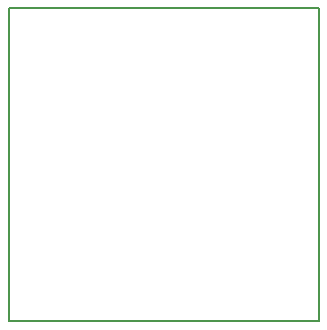
<source format=gbr>
G04 #@! TF.GenerationSoftware,KiCad,Pcbnew,no-vcs-found-33e0758~58~ubuntu16.04.1*
G04 #@! TF.CreationDate,2018-03-21T11:11:48+01:00*
G04 #@! TF.ProjectId,dropbuzzer,64726F7062757A7A65722E6B69636164,rev?*
G04 #@! TF.FileFunction,Profile,NP*
%FSLAX46Y46*%
G04 Gerber Fmt 4.6, Leading zero omitted, Abs format (unit mm)*
G04 Created by KiCad (PCBNEW no-vcs-found-33e0758~58~ubuntu16.04.1) date Wed Mar 21 11:11:48 2018*
%MOMM*%
%LPD*%
G01*
G04 APERTURE LIST*
%ADD10C,0.100000*%
%ADD11C,0.150000*%
G04 APERTURE END LIST*
D10*
D11*
X100250000Y-52750000D02*
X100250000Y-79250000D01*
X126500000Y-52750000D02*
X100250000Y-52750000D01*
X126500000Y-79250000D02*
X126500000Y-52750000D01*
X100250000Y-79250000D02*
X126500000Y-79250000D01*
M02*

</source>
